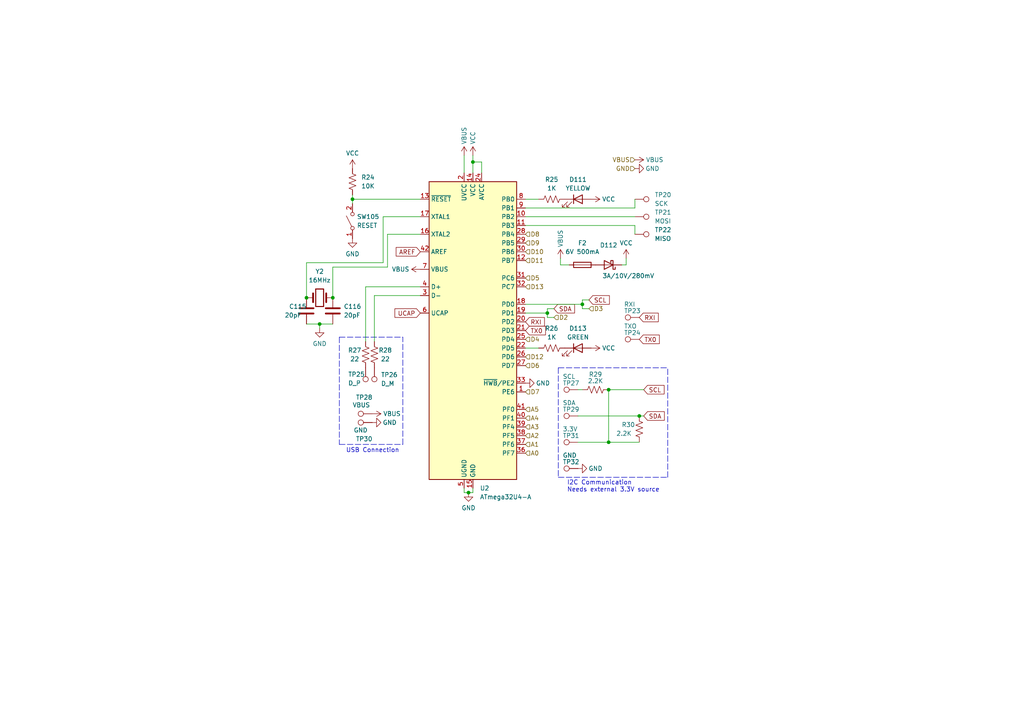
<source format=kicad_sch>
(kicad_sch (version 20211123) (generator eeschema)
  (paper "A4")
  (lib_symbols
    (symbol "Connector:TestPoint" (pin_numbers hide) (pin_names (offset 0.762) hide)
      (property "Reference" "TP" (at 0 6.858 0))
      (property "Value" "TestPoint" (at 0 5.08 0))
      (symbol "TestPoint_0_1"
        (circle (center 0 3.302) (radius 0.762))
      )
      (symbol "TestPoint_1_1"
        (pin passive line (at 0 0 90) (length 2.54) (name "1") (number "1"))
      )
    )
    (symbol "Device:C" (pin_numbers hide) (pin_names (offset 0.254))
      (property "Reference" "C" (at 0.635 2.54 0))
      (property "Value" "C" (at 0.635 -2.54 0))
      (symbol "C_0_1"
        (polyline (pts (xy -2.032 -0.762) (xy 2.032 -0.762)) (stroke (width 0.508)))
        (polyline (pts (xy -2.032 0.762) (xy 2.032 0.762)) (stroke (width 0.508)))
      )
      (symbol "C_1_1"
        (pin passive line (at 0 3.81 270) (length 2.794) (name "~") (number "1"))
        (pin passive line (at 0 -3.81 90) (length 2.794) (name "~") (number "2"))
      )
    )
    (symbol "Device:Crystal" (pin_numbers hide) (pin_names (offset 1.016) hide)
      (property "Reference" "Y" (at 0 3.81 0))
      (property "Value" "Crystal" (at 0 -3.81 0))
      (symbol "Crystal_0_1"
        (rectangle (start -1.143 2.54) (end 1.143 -2.54) (stroke (width 0.3048)))
        (polyline (pts (xy -2.54 0) (xy -1.905 0)))
        (polyline (pts (xy -1.905 -1.27) (xy -1.905 1.27)) (stroke (width 0.508)))
        (polyline (pts (xy 1.905 -1.27) (xy 1.905 1.27)) (stroke (width 0.508)))
        (polyline (pts (xy 2.54 0) (xy 1.905 0)))
      )
      (symbol "Crystal_1_1"
        (pin passive line (at -3.81 0 0) (length 1.27) (name "1") (number "1"))
        (pin passive line (at 3.81 0 180) (length 1.27) (name "2") (number "2"))
      )
    )
    (symbol "Device:D_Schottky" (pin_numbers hide) (pin_names (offset 1.016) hide)
      (property "Reference" "D" (at 0 2.54 0))
      (property "Value" "D_Schottky" (at 0 -2.54 0))
      (symbol "D_Schottky_0_1"
        (polyline (pts (xy 1.27 0) (xy -1.27 0)))
        (polyline (pts (xy 1.27 1.27) (xy 1.27 -1.27) (xy -1.27 0) (xy 1.27 1.27)) (stroke (width 0.254)))
        (polyline (pts (xy -1.905 0.635) (xy -1.905 1.27) (xy -1.27 1.27) (xy -1.27 -1.27) (xy -0.635 -1.27) (xy -0.635 -0.635)) (stroke (width 0.254)))
      )
      (symbol "D_Schottky_1_1"
        (pin passive line (at -3.81 0 0) (length 2.54) (name "K") (number "1"))
        (pin passive line (at 3.81 0 180) (length 2.54) (name "A") (number "2"))
      )
    )
    (symbol "Device:Fuse" (pin_numbers hide) (pin_names (offset 0))
      (property "Reference" "F" (at 2.032 0 90))
      (property "Value" "Fuse" (at -1.905 0 90))
      (symbol "Fuse_0_1"
        (rectangle (start -0.762 -2.54) (end 0.762 2.54) (stroke (width 0.254)))
        (polyline (pts (xy 0 2.54) (xy 0 -2.54)))
      )
      (symbol "Fuse_1_1"
        (pin passive line (at 0 3.81 270) (length 1.27) (name "~") (number "1"))
        (pin passive line (at 0 -3.81 90) (length 1.27) (name "~") (number "2"))
      )
    )
    (symbol "Device:LED" (pin_numbers hide) (pin_names (offset 1.016) hide)
      (property "Reference" "D" (at 0 2.54 0))
      (property "Value" "LED" (at 0 -2.54 0))
      (symbol "LED_0_1"
        (polyline (pts (xy -1.27 -1.27) (xy -1.27 1.27)) (stroke (width 0.254)))
        (polyline (pts (xy -1.27 0) (xy 1.27 0)))
        (polyline (pts (xy 1.27 -1.27) (xy 1.27 1.27) (xy -1.27 0) (xy 1.27 -1.27)) (stroke (width 0.254)))
        (polyline (pts (xy -3.048 -0.762) (xy -4.572 -2.286) (xy -3.81 -2.286) (xy -4.572 -2.286) (xy -4.572 -1.524)))
        (polyline (pts (xy -1.778 -0.762) (xy -3.302 -2.286) (xy -2.54 -2.286) (xy -3.302 -2.286) (xy -3.302 -1.524)))
      )
      (symbol "LED_1_1"
        (pin passive line (at -3.81 0 0) (length 2.54) (name "K") (number "1"))
        (pin passive line (at 3.81 0 180) (length 2.54) (name "A") (number "2"))
      )
    )
    (symbol "Device:R_US" (pin_numbers hide) (pin_names (offset 0))
      (property "Reference" "R" (at 2.54 0 90))
      (property "Value" "R_US" (at -2.54 0 90))
      (symbol "R_US_0_1"
        (polyline (pts (xy 0 -2.286) (xy 0 -2.54)))
        (polyline (pts (xy 0 2.286) (xy 0 2.54)))
        (polyline (pts (xy 0 -0.762) (xy 1.016 -1.143) (xy 0 -1.524) (xy -1.016 -1.905) (xy 0 -2.286)))
        (polyline (pts (xy 0 0.762) (xy 1.016 0.381) (xy 0 0) (xy -1.016 -0.381) (xy 0 -0.762)))
        (polyline (pts (xy 0 2.286) (xy 1.016 1.905) (xy 0 1.524) (xy -1.016 1.143) (xy 0 0.762)))
      )
      (symbol "R_US_1_1"
        (pin passive line (at 0 3.81 270) (length 1.27) (name "~") (number "1"))
        (pin passive line (at 0 -3.81 90) (length 1.27) (name "~") (number "2"))
      )
    )
    (symbol "MCU_Microchip_ATmega:ATmega32U4-A"
      (property "Reference" "U" (at -12.7 44.45 0))
      (property "Value" "ATmega32U4-A" (at 2.54 -44.45 0))
      (symbol "ATmega32U4-A_0_1"
        (rectangle (start -12.7 -43.18) (end 12.7 43.18) (stroke (width 0.254)) (fill (type background)))
      )
      (symbol "ATmega32U4-A_1_1"
        (pin bidirectional line (at 15.24 -17.78 180) (length 2.54) (name "PE6") (number "1"))
        (pin bidirectional line (at 15.24 33.02 180) (length 2.54) (name "PB2") (number "10"))
        (pin bidirectional line (at 15.24 30.48 180) (length 2.54) (name "PB3") (number "11"))
        (pin bidirectional line (at 15.24 20.32 180) (length 2.54) (name "PB7") (number "12"))
        (pin input line (at -15.24 38.1 0) (length 2.54) (name "~{RESET}") (number "13"))
        (pin power_in line (at 0 45.72 270) (length 2.54) (name "VCC") (number "14"))
        (pin power_in line (at 0 -45.72 90) (length 2.54) (name "GND") (number "15"))
        (pin output line (at -15.24 27.94 0) (length 2.54) (name "XTAL2") (number "16"))
        (pin input line (at -15.24 33.02 0) (length 2.54) (name "XTAL1") (number "17"))
        (pin bidirectional line (at 15.24 7.62 180) (length 2.54) (name "PD0") (number "18"))
        (pin bidirectional line (at 15.24 5.08 180) (length 2.54) (name "PD1") (number "19"))
        (pin power_in line (at -2.54 45.72 270) (length 2.54) (name "UVCC") (number "2"))
        (pin bidirectional line (at 15.24 2.54 180) (length 2.54) (name "PD2") (number "20"))
        (pin bidirectional line (at 15.24 0 180) (length 2.54) (name "PD3") (number "21"))
        (pin bidirectional line (at 15.24 -5.08 180) (length 2.54) (name "PD5") (number "22"))
        (pin passive line (at 0 -45.72 90) (length 2.54) hide (name "GND") (number "23"))
        (pin power_in line (at 2.54 45.72 270) (length 2.54) (name "AVCC") (number "24"))
        (pin bidirectional line (at 15.24 -2.54 180) (length 2.54) (name "PD4") (number "25"))
        (pin bidirectional line (at 15.24 -7.62 180) (length 2.54) (name "PD6") (number "26"))
        (pin bidirectional line (at 15.24 -10.16 180) (length 2.54) (name "PD7") (number "27"))
        (pin bidirectional line (at 15.24 27.94 180) (length 2.54) (name "PB4") (number "28"))
        (pin bidirectional line (at 15.24 25.4 180) (length 2.54) (name "PB5") (number "29"))
        (pin bidirectional line (at -15.24 10.16 0) (length 2.54) (name "D-") (number "3"))
        (pin bidirectional line (at 15.24 22.86 180) (length 2.54) (name "PB6") (number "30"))
        (pin bidirectional line (at 15.24 15.24 180) (length 2.54) (name "PC6") (number "31"))
        (pin bidirectional line (at 15.24 12.7 180) (length 2.54) (name "PC7") (number "32"))
        (pin bidirectional line (at 15.24 -15.24 180) (length 2.54) (name "~{HWB}/PE2") (number "33"))
        (pin passive line (at 0 45.72 270) (length 2.54) hide (name "VCC") (number "34"))
        (pin passive line (at 0 -45.72 90) (length 2.54) hide (name "GND") (number "35"))
        (pin bidirectional line (at 15.24 -35.56 180) (length 2.54) (name "PF7") (number "36"))
        (pin bidirectional line (at 15.24 -33.02 180) (length 2.54) (name "PF6") (number "37"))
        (pin bidirectional line (at 15.24 -30.48 180) (length 2.54) (name "PF5") (number "38"))
        (pin bidirectional line (at 15.24 -27.94 180) (length 2.54) (name "PF4") (number "39"))
        (pin bidirectional line (at -15.24 12.7 0) (length 2.54) (name "D+") (number "4"))
        (pin bidirectional line (at 15.24 -25.4 180) (length 2.54) (name "PF1") (number "40"))
        (pin bidirectional line (at 15.24 -22.86 180) (length 2.54) (name "PF0") (number "41"))
        (pin passive line (at -15.24 22.86 0) (length 2.54) (name "AREF") (number "42"))
        (pin passive line (at 0 -45.72 90) (length 2.54) hide (name "GND") (number "43"))
        (pin passive line (at 2.54 45.72 270) (length 2.54) hide (name "AVCC") (number "44"))
        (pin passive line (at -2.54 -45.72 90) (length 2.54) (name "UGND") (number "5"))
        (pin passive line (at -15.24 5.08 0) (length 2.54) (name "UCAP") (number "6"))
        (pin input line (at -15.24 17.78 0) (length 2.54) (name "VBUS") (number "7"))
        (pin bidirectional line (at 15.24 38.1 180) (length 2.54) (name "PB0") (number "8"))
        (pin bidirectional line (at 15.24 35.56 180) (length 2.54) (name "PB1") (number "9"))
      )
    )
    (symbol "Switch:SW_SPST" (pin_names (offset 0) hide)
      (property "Reference" "SW" (at 0 3.175 0))
      (property "Value" "SW_SPST" (at 0 -2.54 0))
      (symbol "SW_SPST_0_0"
        (circle (center -2.032 0) (radius 0.508))
        (polyline (pts (xy -1.524 0.254) (xy 1.524 1.778)))
        (circle (center 2.032 0) (radius 0.508))
      )
      (symbol "SW_SPST_1_1"
        (pin passive line (at -5.08 0 0) (length 2.54) (name "A") (number "1"))
        (pin passive line (at 5.08 0 180) (length 2.54) (name "B") (number "2"))
      )
    )
    (symbol "power:GND" (power) (pin_names (offset 0))
      (property "Value" "GND" (at 0 -3.81 0))
      (symbol "GND_0_1"
        (polyline (pts (xy 0 0) (xy 0 -1.27) (xy 1.27 -1.27) (xy 0 -2.54) (xy -1.27 -1.27) (xy 0 -1.27)))
      )
      (symbol "GND_1_1"
        (pin power_in line (at 0 0 270) (length 0) hide (name "GND") (number "1"))
      )
    )
    (symbol "power:VBUS" (power) (pin_names (offset 0))
      (property "Value" "VBUS" (at 0 3.81 0))
      (symbol "VBUS_0_1"
        (polyline (pts (xy -0.762 1.27) (xy 0 2.54)))
        (polyline (pts (xy 0 0) (xy 0 2.54)))
        (polyline (pts (xy 0 2.54) (xy 0.762 1.27)))
      )
      (symbol "VBUS_1_1"
        (pin power_in line (at 0 0 90) (length 0) hide (name "VBUS") (number "1"))
      )
    )
    (symbol "power:VCC" (power) (pin_names (offset 0))
      (property "Value" "VCC" (at 0 3.81 0))
      (symbol "VCC_0_1"
        (polyline (pts (xy -0.762 1.27) (xy 0 2.54)))
        (polyline (pts (xy 0 0) (xy 0 2.54)))
        (polyline (pts (xy 0 2.54) (xy 0.762 1.27)))
      )
      (symbol "VCC_1_1"
        (pin power_in line (at 0 0 90) (length 0) hide (name "VCC") (number "1"))
      )
    )
  )
  (junction (at 137.16 46.99))
  (junction (at 135.89 142.875))
  (junction (at 185.42 120.65))
  (junction (at 158.75 90.805))
  (junction (at 96.52 86.36))
  (junction (at 92.71 93.98))
  (junction (at 168.91 88.265))
  (junction (at 88.9 86.36))
  (junction (at 102.235 57.785))
  (junction (at 176.53 113.03))
  (junction (at 176.53 128.27))
  (wire (pts (xy 121.92 62.865) (xy 111.125 62.865)))
  (wire (pts (xy 158.75 92.075) (xy 158.75 90.805)))
  (wire (pts (xy 168.91 89.535) (xy 170.815 89.535)))
  (wire (pts (xy 106.045 83.185) (xy 106.045 99.06)))
  (wire (pts (xy 137.16 141.605) (xy 137.16 142.875)))
  (wire (pts (xy 170.815 86.995) (xy 168.91 86.995)))
  (polyline (pts (xy 161.925 106.68) (xy 193.675 106.68)))
  (wire (pts (xy 88.9 76.2) (xy 111.125 76.2)))
  (wire (pts (xy 102.235 57.785) (xy 102.235 59.055)))
  (wire (pts (xy 134.62 45.085) (xy 134.62 50.165)))
  (polyline (pts (xy 161.925 106.68) (xy 161.925 138.43)))
  (wire (pts (xy 152.4 90.805) (xy 158.75 90.805)))
  (wire (pts (xy 137.16 142.875) (xy 135.89 142.875)))
  (wire (pts (xy 152.4 65.405) (xy 184.15 65.405)))
  (wire (pts (xy 152.4 62.865) (xy 184.15 62.865)))
  (wire (pts (xy 176.53 113.03) (xy 186.69 113.03)))
  (wire (pts (xy 96.52 77.47) (xy 112.395 77.47)))
  (wire (pts (xy 92.71 93.98) (xy 96.52 93.98)))
  (wire (pts (xy 108.585 85.725) (xy 108.585 99.06)))
  (wire (pts (xy 112.395 67.945) (xy 112.395 77.47)))
  (wire (pts (xy 167.64 113.03) (xy 168.91 113.03)))
  (wire (pts (xy 160.655 92.075) (xy 158.75 92.075)))
  (wire (pts (xy 121.92 67.945) (xy 112.395 67.945)))
  (wire (pts (xy 162.56 76.835) (xy 162.56 74.93)))
  (wire (pts (xy 137.16 46.99) (xy 137.16 50.165)))
  (polyline (pts (xy 98.425 128.905) (xy 116.84 128.905)))
  (wire (pts (xy 121.92 57.785) (xy 102.235 57.785)))
  (polyline (pts (xy 161.925 138.43) (xy 193.675 138.43)))
  (wire (pts (xy 92.71 93.98) (xy 92.71 95.25)))
  (polyline (pts (xy 98.425 97.79) (xy 98.425 128.905)))
  (wire (pts (xy 139.7 46.99) (xy 137.16 46.99)))
  (wire (pts (xy 152.4 100.965) (xy 156.21 100.965)))
  (wire (pts (xy 165.1 76.835) (xy 162.56 76.835)))
  (wire (pts (xy 152.4 88.265) (xy 168.91 88.265)))
  (wire (pts (xy 176.53 113.03) (xy 176.53 128.27)))
  (polyline (pts (xy 98.425 97.79) (xy 116.84 97.79)))
  (wire (pts (xy 88.9 93.98) (xy 92.71 93.98)))
  (wire (pts (xy 168.91 86.995) (xy 168.91 88.265)))
  (wire (pts (xy 121.92 83.185) (xy 106.045 83.185)))
  (wire (pts (xy 102.235 57.785) (xy 102.235 56.515)))
  (wire (pts (xy 180.34 76.835) (xy 181.61 76.835)))
  (wire (pts (xy 135.89 142.875) (xy 134.62 142.875)))
  (wire (pts (xy 152.4 60.325) (xy 184.15 60.325)))
  (polyline (pts (xy 116.84 128.905) (xy 116.84 97.79)))
  (wire (pts (xy 134.62 142.875) (xy 134.62 141.605)))
  (wire (pts (xy 184.15 60.325) (xy 184.15 57.785)))
  (wire (pts (xy 152.4 57.785) (xy 156.21 57.785)))
  (wire (pts (xy 185.42 120.65) (xy 186.69 120.65)))
  (wire (pts (xy 158.75 89.535) (xy 160.655 89.535)))
  (wire (pts (xy 158.75 90.805) (xy 158.75 89.535)))
  (wire (pts (xy 137.16 45.085) (xy 137.16 46.99)))
  (wire (pts (xy 184.15 65.405) (xy 184.15 67.945)))
  (wire (pts (xy 139.7 50.165) (xy 139.7 46.99)))
  (wire (pts (xy 88.9 76.2) (xy 88.9 86.36)))
  (wire (pts (xy 181.61 76.835) (xy 181.61 74.93)))
  (wire (pts (xy 185.42 128.27) (xy 176.53 128.27)))
  (polyline (pts (xy 193.675 138.43) (xy 193.675 106.68)))
  (wire (pts (xy 96.52 77.47) (xy 96.52 86.36)))
  (wire (pts (xy 176.53 128.27) (xy 167.64 128.27)))
  (wire (pts (xy 168.91 88.265) (xy 168.91 89.535)))
  (wire (pts (xy 167.64 120.65) (xy 185.42 120.65)))
  (wire (pts (xy 121.92 85.725) (xy 108.585 85.725)))
  (wire (pts (xy 111.125 62.865) (xy 111.125 76.2)))
  (text "I2C Communication\nNeeds external 3.3V source" (at 164.465 142.875 0) (effects (font (size 1.27 1.27)) (justify left bottom)))
  (text "USB Connection\n" (at 100.33 131.445 0) (effects (font (size 1.27 1.27)) (justify left bottom)))
  (global_label "TX0" (shape input) (at 185.42 98.425 0) (property "Intersheet References" "${INTERSHEET_REFS}" (effects hide)))
  (global_label "RXI" (shape input) (at 185.42 92.075 0) (property "Intersheet References" "${INTERSHEET_REFS}" (effects hide)))
  (global_label "SCL" (shape input) (at 170.815 86.995 0) (property "Intersheet References" "${INTERSHEET_REFS}" (effects hide)))
  (global_label "SDA" (shape input) (at 160.655 89.535 0) (property "Intersheet References" "${INTERSHEET_REFS}" (effects hide)))
  (global_label "TX0" (shape input) (at 152.4 95.885 0) (property "Intersheet References" "${INTERSHEET_REFS}" (effects hide)))
  (global_label "SDA" (shape input) (at 186.69 120.65 0) (property "Intersheet References" "${INTERSHEET_REFS}" (effects hide)))
  (global_label "UCAP" (shape input) (at 121.92 90.805 180) (property "Intersheet References" "${INTERSHEET_REFS}" (effects hide)))
  (global_label "AREF" (shape input) (at 121.92 73.025 180) (property "Intersheet References" "${INTERSHEET_REFS}" (effects hide)))
  (global_label "SCL" (shape input) (at 186.69 113.03 0) (property "Intersheet References" "${INTERSHEET_REFS}" (effects hide)))
  (global_label "RXI" (shape input) (at 152.4 93.345 0) (property "Intersheet References" "${INTERSHEET_REFS}" (effects hide)))
  (hierarchical_label "D12" (shape input) (at 152.4 103.505 0))
  (hierarchical_label "A0" (shape input) (at 152.4 131.445 0))
  (hierarchical_label "D13" (shape input) (at 152.4 83.185 0))
  (hierarchical_label "D7" (shape input) (at 152.4 113.665 0))
  (hierarchical_label "A5" (shape input) (at 152.4 118.745 0))
  (hierarchical_label "A3" (shape input) (at 152.4 123.825 0))
  (hierarchical_label "D11" (shape input) (at 152.4 75.565 0))
  (hierarchical_label "A1" (shape input) (at 152.4 128.905 0))
  (hierarchical_label "D6" (shape input) (at 152.4 106.045 0))
  (hierarchical_label "D4" (shape input) (at 152.4 98.425 0))
  (hierarchical_label "D10" (shape input) (at 152.4 73.025 0))
  (hierarchical_label "D3" (shape input) (at 170.815 89.535 0))
  (hierarchical_label "D8" (shape input) (at 152.4 67.945 0))
  (hierarchical_label "VBUS" (shape input) (at 184.15 46.355 180))
  (hierarchical_label "D5" (shape input) (at 152.4 80.645 0))
  (hierarchical_label "A2" (shape input) (at 152.4 126.365 0))
  (hierarchical_label "D9" (shape input) (at 152.4 70.485 0))
  (hierarchical_label "GND" (shape input) (at 184.15 48.895 180))
  (hierarchical_label "D2" (shape input) (at 160.655 92.075 0))
  (hierarchical_label "A4" (shape input) (at 152.4 121.285 0))
  (symbol (lib_id "Connector:TestPoint") (at 184.15 67.945 270) (unit 1)
    (property "Reference" "TP22" (at 189.865 66.6749 90) (effects (justify left)))
    (property "Value" "MISO" (at 189.865 69.2149 90) (effects (justify left)))
  )
  (symbol (lib_id "Connector:TestPoint") (at 107.95 120.015 90) (unit 1)
    (property "Reference" "TP28" (at 103.1875 115.2525 90) (effects (justify right)))
    (property "Value" "VBUS" (at 102.235 117.475 90) (effects (justify right)))
  )
  (symbol (lib_id "Switch:SW_SPST") (at 102.235 64.135 90) (unit 1)
    (property "Reference" "SW105" (at 103.505 62.8649 90) (effects (justify right)))
    (property "Value" "RESET" (at 103.505 65.4049 90) (effects (justify right)))
  )
  (symbol (lib_id "Connector:TestPoint") (at 106.045 106.68 180) (unit 1)
    (property "Reference" "TP25" (at 100.965 108.585 0) (effects (justify right)))
    (property "Value" "D_P" (at 100.965 111.125 0) (effects (justify right)))
  )
  (symbol (lib_id "Device:R_US") (at 108.585 102.87 180) (unit 1)
    (property "Reference" "R28" (at 111.76 101.6 0))
    (property "Value" "22" (at 111.76 104.14 0))
    (property "Footprint" "Resistor_SMD:R_0603_1608Metric" (effects hide))
  )
  (symbol (lib_id "Device:R_US") (at 160.02 57.785 90) (unit 1)
    (property "Reference" "R25" (at 160.02 52.07 90))
    (property "Value" "1K" (at 160.02 54.61 90))
    (property "Footprint" "Resistor_SMD:R_0603_1608Metric" (effects hide))
  )
  (symbol (lib_id "Connector:TestPoint") (at 107.95 122.555 90) (unit 1)
    (property "Reference" "TP30" (at 103.1875 127.3175 90) (effects (justify right)))
    (property "Value" "GND" (at 102.5525 124.7775 90) (effects (justify right)))
  )
  (symbol (lib_id "power:VCC") (at 181.61 74.93 0) (unit 1)
    (property "Reference" "#PWR0252" (effects hide))
    (property "Value" "VCC" (at 181.61 70.485 0))
  )
  (symbol (lib_id "Device:LED") (at 167.64 57.785 0) (unit 1)
    (property "Reference" "D111" (at 167.64 52.07 0))
    (property "Value" "YELLOW" (at 167.64 54.61 0))
    (property "Footprint" "LED_SMD:LED_0805_2012Metric" (effects hide))
  )
  (symbol (lib_id "power:VCC") (at 171.45 57.785 270) (unit 1)
    (property "Reference" "#PWR0249" (effects hide))
    (property "Value" "VCC" (at 176.53 57.785 90))
  )
  (symbol (lib_id "MCU_Microchip_ATmega:ATmega32U4-A") (at 137.16 95.885 0) (unit 1)
    (property "Reference" "U2" (at 139.1794 141.605 0) (effects (justify left)))
    (property "Value" "ATmega32U4-A" (at 139.1794 144.145 0) (effects (justify left)))
    (property "Footprint" "Package_QFP:TQFP-44_10x10mm_P0.8mm" (effects hide))
    (property "Datasheet" "http://ww1.microchip.com/downloads/en/DeviceDoc/Atmel-7766-8-bit-AVR-ATmega16U4-32U4_Datasheet.pdf" (effects hide))
  )
  (symbol (lib_id "power:VBUS") (at 107.95 120.015 270) (unit 1)
    (property "Reference" "#PWR0257" (effects hide))
    (property "Value" "VBUS" (at 111.125 120.015 90) (effects (justify left)))
  )
  (symbol (lib_id "Device:C") (at 88.9 90.17 0) (unit 1)
    (property "Reference" "C115" (at 83.82 88.9 0) (effects (justify left)))
    (property "Value" "20pF" (at 82.55 91.44 0) (effects (justify left)))
    (property "Footprint" "Capacitor_SMD:C_0603_1608Metric" (effects hide))
  )
  (symbol (lib_id "Connector:TestPoint") (at 184.15 62.865 270) (unit 1)
    (property "Reference" "TP21" (at 189.865 61.5949 90) (effects (justify left)))
    (property "Value" "MOSI" (at 189.865 64.1349 90) (effects (justify left)))
  )
  (symbol (lib_id "Device:Crystal") (at 92.71 86.36 0) (unit 1)
    (property "Reference" "Y2" (at 92.71 78.74 0))
    (property "Value" "16MHz" (at 92.71 81.28 0))
  )
  (symbol (lib_id "power:GND") (at 152.4 111.125 90) (unit 1)
    (property "Reference" "#PWR0256" (effects hide))
    (property "Value" "GND" (at 157.48 111.125 90))
  )
  (symbol (lib_id "Device:LED") (at 167.64 100.965 0) (unit 1)
    (property "Reference" "D113" (at 167.64 95.25 0))
    (property "Value" "GREEN" (at 167.64 97.79 0))
    (property "Footprint" "LED_SMD:LED_0805_2012Metric" (effects hide))
  )
  (symbol (lib_id "power:GND") (at 102.235 69.215 0) (unit 1)
    (property "Reference" "#PWR0250" (effects hide))
    (property "Value" "GND" (at 102.235 73.66 0))
  )
  (symbol (lib_id "Connector:TestPoint") (at 185.42 98.425 90) (unit 1)
    (property "Reference" "TP24" (at 180.975 96.52 90) (effects (justify right)))
    (property "Value" "TXO" (at 180.975 94.615 90) (effects (justify right)))
  )
  (symbol (lib_id "Device:Fuse") (at 168.91 76.835 90) (unit 1)
    (property "Reference" "F2" (at 168.91 70.485 90))
    (property "Value" "6V 500mA" (at 168.91 73.025 90))
  )
  (symbol (lib_id "power:GND") (at 184.15 48.895 90) (unit 1)
    (property "Reference" "#PWR0248" (effects hide))
    (property "Value" "GND" (at 189.23 48.895 90))
  )
  (symbol (lib_id "power:VCC") (at 171.45 100.965 270) (unit 1)
    (property "Reference" "#PWR0255" (effects hide))
    (property "Value" "VCC" (at 176.53 100.965 90))
  )
  (symbol (lib_id "Device:R_US") (at 102.235 52.705 0) (unit 1)
    (property "Reference" "R24" (at 104.775 51.4349 0) (effects (justify left)))
    (property "Value" "10K" (at 104.775 53.9749 0) (effects (justify left)))
    (property "Footprint" "Resistor_SMD:R_0603_1608Metric" (effects hide))
  )
  (symbol (lib_id "Device:C") (at 96.52 90.17 0) (unit 1)
    (property "Reference" "C116" (at 99.695 88.9 0) (effects (justify left)))
    (property "Value" "20pF" (at 99.695 91.44 0) (effects (justify left)))
    (property "Footprint" "Capacitor_SMD:C_0603_1608Metric" (effects hide))
  )
  (symbol (lib_id "Connector:TestPoint") (at 167.64 113.03 90) (unit 1)
    (property "Reference" "TP27" (at 163.195 111.125 90) (effects (justify right)))
    (property "Value" "SCL" (at 163.195 109.22 90) (effects (justify right)))
  )
  (symbol (lib_id "Connector:TestPoint") (at 184.15 57.785 270) (unit 1)
    (property "Reference" "TP20" (at 189.865 56.5149 90) (effects (justify left)))
    (property "Value" "SCK" (at 189.865 59.0549 90) (effects (justify left)))
  )
  (symbol (lib_id "Device:R_US") (at 160.02 100.965 90) (unit 1)
    (property "Reference" "R26" (at 160.02 95.25 90))
    (property "Value" "1K" (at 160.02 97.79 90))
    (property "Footprint" "Resistor_SMD:R_0603_1608Metric" (effects hide))
  )
  (symbol (lib_id "Connector:TestPoint") (at 108.585 106.68 180) (unit 1)
    (property "Reference" "TP26" (at 110.49 108.7119 0) (effects (justify right)))
    (property "Value" "D_M" (at 110.49 111.2519 0) (effects (justify right)))
  )
  (symbol (lib_id "Device:D_Schottky") (at 176.53 76.835 180) (unit 1)
    (property "Reference" "D112" (at 176.53 71.12 0))
    (property "Value" "3A/10V/280mV" (at 182.245 80.01 0))
  )
  (symbol (lib_id "Connector:TestPoint") (at 185.42 92.075 90) (unit 1)
    (property "Reference" "TP23" (at 180.975 90.17 90) (effects (justify right)))
    (property "Value" "RXI" (at 180.975 88.265 90) (effects (justify right)))
  )
  (symbol (lib_id "power:GND") (at 135.89 142.875 0) (unit 1)
    (property "Reference" "#PWR0260" (effects hide))
    (property "Value" "GND" (at 135.89 147.32 0))
  )
  (symbol (lib_id "power:GND") (at 167.64 135.89 90) (unit 1)
    (property "Reference" "#PWR0259" (effects hide))
    (property "Value" "GND" (at 172.72 135.89 90))
  )
  (symbol (lib_id "power:VBUS") (at 134.62 45.085 0) (unit 1)
    (property "Reference" "#PWR0244" (effects hide))
    (property "Value" "VBUS" (at 134.62 41.91 90) (effects (justify left)))
  )
  (symbol (lib_id "power:GND") (at 107.95 122.555 90) (unit 1)
    (property "Reference" "#PWR0258" (effects hide))
    (property "Value" "GND" (at 113.03 122.555 90))
  )
  (symbol (lib_id "Connector:TestPoint") (at 167.64 128.27 90) (unit 1)
    (property "Reference" "TP31" (at 163.195 126.365 90) (effects (justify right)))
    (property "Value" "3.3V" (at 163.195 124.46 90) (effects (justify right)))
  )
  (symbol (lib_id "power:VCC") (at 102.235 48.895 0) (unit 1)
    (property "Reference" "#PWR0247" (effects hide))
    (property "Value" "VCC" (at 102.235 44.45 0))
  )
  (symbol (lib_id "Device:R_US") (at 172.72 113.03 270) (unit 1)
    (property "Reference" "R29" (at 172.72 108.585 90))
    (property "Value" "2.2K" (at 172.72 110.49 90))
    (property "Footprint" "Resistor_SMD:R_0603_1608Metric" (effects hide))
  )
  (symbol (lib_id "Device:R_US") (at 106.045 102.87 180) (unit 1)
    (property "Reference" "R27" (at 102.87 101.6 0))
    (property "Value" "22" (at 102.87 104.14 0))
    (property "Footprint" "Resistor_SMD:R_0603_1608Metric" (effects hide))
  )
  (symbol (lib_id "power:VBUS") (at 184.15 46.355 270) (unit 1)
    (property "Reference" "#PWR0246" (effects hide))
    (property "Value" "VBUS" (at 187.325 46.355 90) (effects (justify left)))
  )
  (symbol (lib_id "power:GND") (at 92.71 95.25 0) (unit 1)
    (property "Reference" "#PWR0254" (effects hide))
    (property "Value" "GND" (at 92.71 99.695 0))
  )
  (symbol (lib_id "Connector:TestPoint") (at 167.64 120.65 90) (unit 1)
    (property "Reference" "TP29" (at 163.195 118.745 90) (effects (justify right)))
    (property "Value" "SDA" (at 163.195 116.84 90) (effects (justify right)))
  )
  (symbol (lib_id "power:VBUS") (at 162.56 74.93 0) (unit 1)
    (property "Reference" "#PWR0251" (effects hide))
    (property "Value" "VBUS" (at 162.56 71.755 90) (effects (justify left)))
  )
  (symbol (lib_id "power:VCC") (at 137.16 45.085 0) (unit 1)
    (property "Reference" "#PWR0245" (effects hide))
    (property "Value" "VCC" (at 137.16 40.005 90))
  )
  (symbol (lib_id "Connector:TestPoint") (at 167.64 135.89 90) (unit 1)
    (property "Reference" "TP32" (at 163.195 133.985 90) (effects (justify right)))
    (property "Value" "GND" (at 163.195 132.08 90) (effects (justify right)))
  )
  (symbol (lib_id "Device:R_US") (at 185.42 124.46 180) (unit 1)
    (property "Reference" "R30" (at 182.245 123.19 0))
    (property "Value" "2.2K" (at 180.975 125.73 0))
    (property "Footprint" "Resistor_SMD:R_0603_1608Metric" (effects hide))
  )
  (symbol (lib_id "power:VBUS") (at 121.92 78.105 90) (unit 1)
    (property "Reference" "#PWR0253" (effects hide))
    (property "Value" "VBUS" (at 118.745 78.105 90) (effects (justify left)))
  )
)
</source>
